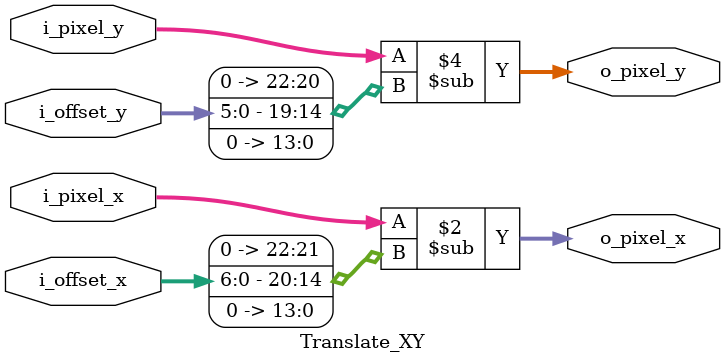
<source format=v>
`timescale 1ns / 1ps

module Translate_XY(
    input [22:0] i_pixel_x,
    input [22:0] i_pixel_y,
    input [6:0] i_offset_x,
    input [5:0] i_offset_y,
    output [22:0] o_pixel_x,
    output [22:0] o_pixel_y
);

    localparam FW = 14;

    assign o_pixel_x = i_pixel_x - (i_offset_x << FW);
    assign o_pixel_y = i_pixel_y - (i_offset_y << FW);

endmodule
</source>
